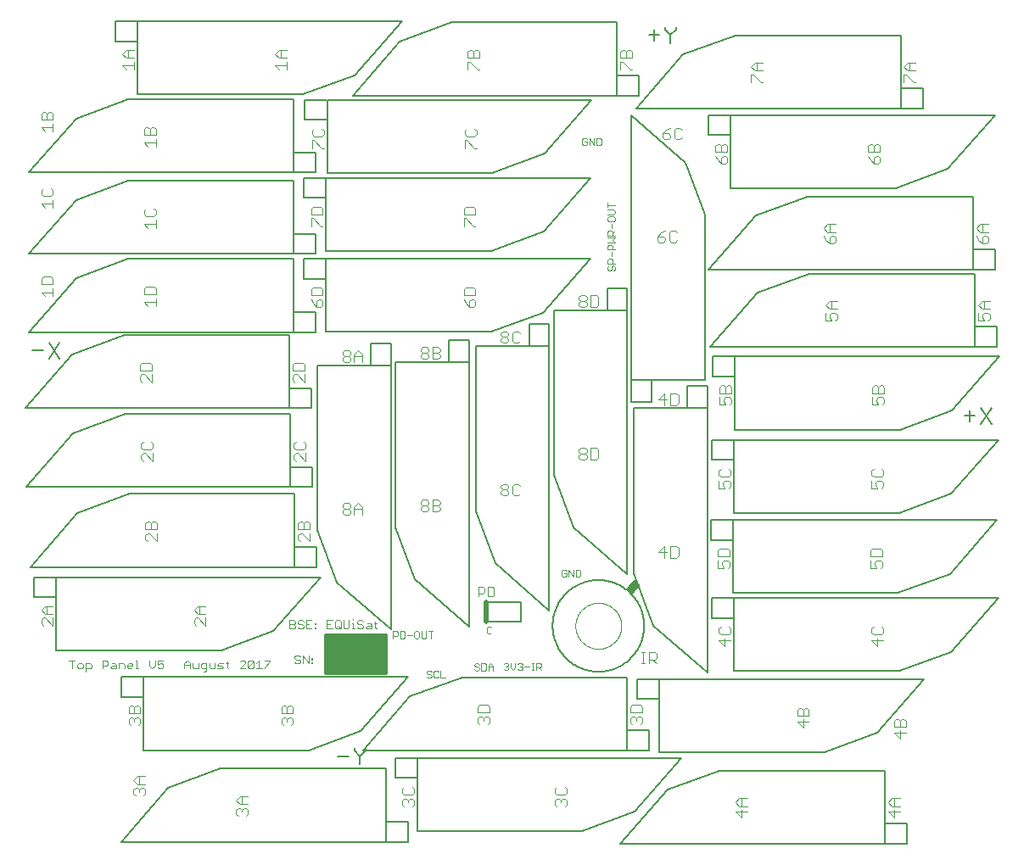
<source format=gto>
G75*
%MOIN*%
%OFA0B0*%
%FSLAX25Y25*%
%IPPOS*%
%LPD*%
%AMOC8*
5,1,8,0,0,1.08239X$1,22.5*
%
%ADD10C,0.01000*%
%ADD11C,0.00600*%
%ADD12C,0.00300*%
%ADD13C,0.00500*%
%ADD14C,0.00197*%
%ADD15C,0.00400*%
%ADD16C,0.01969*%
%ADD17C,0.00000*%
%ADD18C,0.00200*%
D10*
X0196997Y0193454D02*
X0196997Y0208808D01*
X0221013Y0208808D01*
X0221013Y0193454D01*
X0196997Y0193454D01*
X0196997Y0194115D02*
X0221013Y0194115D01*
X0221013Y0195114D02*
X0196997Y0195114D01*
X0196997Y0196112D02*
X0221013Y0196112D01*
X0221013Y0197111D02*
X0196997Y0197111D01*
X0196997Y0198109D02*
X0221013Y0198109D01*
X0221013Y0199108D02*
X0196997Y0199108D01*
X0196997Y0200106D02*
X0221013Y0200106D01*
X0221013Y0201105D02*
X0196997Y0201105D01*
X0196997Y0202103D02*
X0221013Y0202103D01*
X0221013Y0203102D02*
X0196997Y0203102D01*
X0196997Y0204100D02*
X0221013Y0204100D01*
X0221013Y0205099D02*
X0196997Y0205099D01*
X0196997Y0206097D02*
X0221013Y0206097D01*
X0221013Y0207096D02*
X0196997Y0207096D01*
X0196997Y0208094D02*
X0221013Y0208094D01*
D11*
X0212737Y0163939D02*
X0212737Y0162871D01*
X0210602Y0160736D01*
X0210602Y0157533D01*
X0210602Y0160736D02*
X0208467Y0162871D01*
X0208467Y0163939D01*
X0206292Y0160736D02*
X0202021Y0160736D01*
X0092658Y0316982D02*
X0088388Y0323387D01*
X0086213Y0320185D02*
X0081943Y0320185D01*
X0088388Y0316982D02*
X0092658Y0323387D01*
X0324069Y0444200D02*
X0328339Y0444200D01*
X0326204Y0442065D02*
X0326204Y0446336D01*
X0330514Y0446336D02*
X0332649Y0444200D01*
X0332649Y0440998D01*
X0332649Y0444200D02*
X0334784Y0446336D01*
X0334784Y0447403D01*
X0330514Y0447403D02*
X0330514Y0446336D01*
X0450219Y0296729D02*
X0450219Y0292459D01*
X0448084Y0294594D02*
X0452355Y0294594D01*
X0454530Y0291391D02*
X0458800Y0297797D01*
X0454530Y0297797D02*
X0458800Y0291391D01*
D12*
X0263331Y0226604D02*
X0263331Y0224135D01*
X0262714Y0223518D01*
X0260862Y0223518D01*
X0260862Y0227221D01*
X0262714Y0227221D01*
X0263331Y0226604D01*
X0259648Y0226604D02*
X0259648Y0225369D01*
X0259030Y0224752D01*
X0257179Y0224752D01*
X0257179Y0223518D02*
X0257179Y0227221D01*
X0259030Y0227221D01*
X0259648Y0226604D01*
X0217226Y0213090D02*
X0216144Y0213090D01*
X0216685Y0213631D02*
X0216685Y0211467D01*
X0217226Y0210926D01*
X0215045Y0210926D02*
X0213422Y0210926D01*
X0212881Y0211467D01*
X0213422Y0212008D01*
X0215045Y0212008D01*
X0215045Y0212549D02*
X0215045Y0210926D01*
X0215045Y0212549D02*
X0214504Y0213090D01*
X0213422Y0213090D01*
X0211782Y0213631D02*
X0211241Y0214172D01*
X0210159Y0214172D01*
X0209618Y0213631D01*
X0209618Y0213090D01*
X0210159Y0212549D01*
X0211241Y0212549D01*
X0211782Y0212008D01*
X0211782Y0211467D01*
X0211241Y0210926D01*
X0210159Y0210926D01*
X0209618Y0211467D01*
X0208525Y0210926D02*
X0207443Y0210926D01*
X0207984Y0210926D02*
X0207984Y0213090D01*
X0207443Y0213090D01*
X0207984Y0214172D02*
X0207984Y0214713D01*
X0206345Y0214172D02*
X0206345Y0211467D01*
X0205804Y0210926D01*
X0204722Y0210926D01*
X0204181Y0211467D01*
X0204181Y0214172D01*
X0203082Y0213631D02*
X0203082Y0211467D01*
X0202541Y0210926D01*
X0201459Y0210926D01*
X0200918Y0211467D01*
X0200918Y0213631D01*
X0201459Y0214172D01*
X0202541Y0214172D01*
X0203082Y0213631D01*
X0202000Y0212008D02*
X0203082Y0210926D01*
X0199819Y0210926D02*
X0197655Y0210926D01*
X0197655Y0214172D01*
X0199819Y0214172D01*
X0198737Y0212549D02*
X0197655Y0212549D01*
X0193302Y0212549D02*
X0192761Y0212549D01*
X0192761Y0213090D01*
X0193302Y0213090D01*
X0193302Y0212549D01*
X0193302Y0211467D02*
X0193302Y0210926D01*
X0192761Y0210926D01*
X0192761Y0211467D01*
X0193302Y0211467D01*
X0191663Y0210926D02*
X0189499Y0210926D01*
X0189499Y0214172D01*
X0191663Y0214172D01*
X0190581Y0212549D02*
X0189499Y0212549D01*
X0188400Y0212008D02*
X0188400Y0211467D01*
X0187859Y0210926D01*
X0186777Y0210926D01*
X0186236Y0211467D01*
X0185138Y0211467D02*
X0184597Y0210926D01*
X0182974Y0210926D01*
X0182974Y0214172D01*
X0184597Y0214172D01*
X0185138Y0213631D01*
X0185138Y0213090D01*
X0184597Y0212549D01*
X0182974Y0212549D01*
X0184597Y0212549D02*
X0185138Y0212008D01*
X0185138Y0211467D01*
X0186236Y0213090D02*
X0186777Y0212549D01*
X0187859Y0212549D01*
X0188400Y0212008D01*
X0188400Y0213631D02*
X0187859Y0214172D01*
X0186777Y0214172D01*
X0186236Y0213631D01*
X0186236Y0213090D01*
X0186565Y0200393D02*
X0185483Y0200393D01*
X0184942Y0199852D01*
X0184942Y0199311D01*
X0185483Y0198770D01*
X0186565Y0198770D01*
X0187106Y0198229D01*
X0187106Y0197688D01*
X0186565Y0197147D01*
X0185483Y0197147D01*
X0184942Y0197688D01*
X0187106Y0199852D02*
X0186565Y0200393D01*
X0188205Y0200393D02*
X0190369Y0197147D01*
X0190369Y0200393D01*
X0191467Y0199311D02*
X0191467Y0198770D01*
X0192008Y0198770D01*
X0192008Y0199311D01*
X0191467Y0199311D01*
X0191467Y0197688D02*
X0191467Y0197147D01*
X0192008Y0197147D01*
X0192008Y0197688D01*
X0191467Y0197688D01*
X0188205Y0197147D02*
X0188205Y0200393D01*
X0175338Y0198424D02*
X0175338Y0197883D01*
X0173174Y0195719D01*
X0173174Y0195178D01*
X0172075Y0195178D02*
X0169911Y0195178D01*
X0170993Y0195178D02*
X0170993Y0198424D01*
X0169911Y0197342D01*
X0168813Y0197883D02*
X0166648Y0195719D01*
X0167189Y0195178D01*
X0168272Y0195178D01*
X0168813Y0195719D01*
X0168813Y0197883D01*
X0168272Y0198424D01*
X0167189Y0198424D01*
X0166648Y0197883D01*
X0166648Y0195719D01*
X0165550Y0195178D02*
X0163386Y0195178D01*
X0165550Y0197342D01*
X0165550Y0197883D01*
X0165009Y0198424D01*
X0163927Y0198424D01*
X0163386Y0197883D01*
X0159030Y0197342D02*
X0157948Y0197342D01*
X0158489Y0197883D02*
X0158489Y0195719D01*
X0159030Y0195178D01*
X0156850Y0195719D02*
X0156309Y0196260D01*
X0155227Y0196260D01*
X0154686Y0196801D01*
X0155227Y0197342D01*
X0156850Y0197342D01*
X0156850Y0195719D02*
X0156309Y0195178D01*
X0154686Y0195178D01*
X0153587Y0195178D02*
X0153587Y0197342D01*
X0153587Y0195178D02*
X0151964Y0195178D01*
X0151423Y0195719D01*
X0151423Y0197342D01*
X0150324Y0197342D02*
X0148701Y0197342D01*
X0148160Y0196801D01*
X0148160Y0195719D01*
X0148701Y0195178D01*
X0150324Y0195178D01*
X0150324Y0194637D02*
X0150324Y0197342D01*
X0150324Y0194637D02*
X0149783Y0194096D01*
X0149242Y0194096D01*
X0147062Y0195178D02*
X0147062Y0197342D01*
X0147062Y0195178D02*
X0145439Y0195178D01*
X0144898Y0195719D01*
X0144898Y0197342D01*
X0143799Y0197342D02*
X0143799Y0195178D01*
X0143799Y0196801D02*
X0141635Y0196801D01*
X0141635Y0197342D02*
X0141635Y0195178D01*
X0141635Y0197342D02*
X0142717Y0198424D01*
X0143799Y0197342D01*
X0133325Y0196801D02*
X0133325Y0195719D01*
X0132784Y0195178D01*
X0131702Y0195178D01*
X0131161Y0195719D01*
X0131161Y0196801D02*
X0132243Y0197342D01*
X0132784Y0197342D01*
X0133325Y0196801D01*
X0133325Y0198424D02*
X0131161Y0198424D01*
X0131161Y0196801D01*
X0130062Y0196260D02*
X0130062Y0198424D01*
X0130062Y0196260D02*
X0128980Y0195178D01*
X0127898Y0196260D01*
X0127898Y0198424D01*
X0123001Y0198424D02*
X0123001Y0195178D01*
X0122460Y0195178D02*
X0123542Y0195178D01*
X0121362Y0196260D02*
X0119198Y0196260D01*
X0119198Y0195719D02*
X0119198Y0196801D01*
X0119739Y0197342D01*
X0120821Y0197342D01*
X0121362Y0196801D01*
X0121362Y0196260D01*
X0120821Y0195178D02*
X0119739Y0195178D01*
X0119198Y0195719D01*
X0118099Y0195178D02*
X0118099Y0196801D01*
X0117558Y0197342D01*
X0115935Y0197342D01*
X0115935Y0195178D01*
X0114837Y0195178D02*
X0113214Y0195178D01*
X0112673Y0195719D01*
X0113214Y0196260D01*
X0114837Y0196260D01*
X0114837Y0196801D02*
X0114837Y0195178D01*
X0114837Y0196801D02*
X0114296Y0197342D01*
X0113214Y0197342D01*
X0111574Y0197883D02*
X0111574Y0196801D01*
X0111033Y0196260D01*
X0109410Y0196260D01*
X0109410Y0195178D02*
X0109410Y0198424D01*
X0111033Y0198424D01*
X0111574Y0197883D01*
X0105049Y0196801D02*
X0105049Y0195719D01*
X0104508Y0195178D01*
X0102885Y0195178D01*
X0102885Y0194096D02*
X0102885Y0197342D01*
X0104508Y0197342D01*
X0105049Y0196801D01*
X0101786Y0196801D02*
X0101245Y0197342D01*
X0100163Y0197342D01*
X0099622Y0196801D01*
X0099622Y0195719D01*
X0100163Y0195178D01*
X0101245Y0195178D01*
X0101786Y0195719D01*
X0101786Y0196801D01*
X0098523Y0198424D02*
X0096359Y0198424D01*
X0097441Y0198424D02*
X0097441Y0195178D01*
X0122460Y0198424D02*
X0123001Y0198424D01*
X0173174Y0198424D02*
X0175338Y0198424D01*
D13*
X0135335Y0148296D02*
X0116831Y0127115D01*
X0220690Y0127115D01*
X0220729Y0127115D02*
X0220729Y0155894D01*
X0155847Y0155894D01*
X0135335Y0148296D01*
X0125627Y0163139D02*
X0190509Y0163139D01*
X0211020Y0170737D01*
X0229524Y0191918D01*
X0125666Y0191918D01*
X0125627Y0191918D02*
X0125627Y0163139D01*
X0125587Y0184044D02*
X0116926Y0184044D01*
X0116926Y0191918D01*
X0125587Y0191918D01*
X0156186Y0202351D02*
X0091304Y0202351D01*
X0091304Y0231131D01*
X0091343Y0231131D02*
X0195202Y0231131D01*
X0176698Y0209950D01*
X0156186Y0202351D01*
X0184934Y0235068D02*
X0081076Y0235068D01*
X0099580Y0256249D01*
X0120091Y0263847D01*
X0184973Y0263847D01*
X0184973Y0235068D01*
X0185013Y0235068D02*
X0193674Y0235068D01*
X0193674Y0242942D01*
X0185013Y0242942D01*
X0193965Y0249517D02*
X0193965Y0314398D01*
X0222745Y0314398D01*
X0222745Y0314359D02*
X0222745Y0210501D01*
X0201564Y0229005D01*
X0193965Y0249517D01*
X0192028Y0266564D02*
X0183367Y0266564D01*
X0183328Y0266564D02*
X0183328Y0295343D01*
X0118446Y0295343D01*
X0097934Y0287745D01*
X0079430Y0266564D01*
X0183288Y0266564D01*
X0192028Y0266564D02*
X0192028Y0274438D01*
X0183367Y0274438D01*
X0182973Y0297587D02*
X0191635Y0297587D01*
X0191635Y0305461D01*
X0182973Y0305461D01*
X0182934Y0297587D02*
X0182934Y0326367D01*
X0118052Y0326367D01*
X0097540Y0318769D01*
X0079036Y0297587D01*
X0182894Y0297587D01*
X0184469Y0327430D02*
X0080611Y0327430D01*
X0099115Y0348611D01*
X0119627Y0356209D01*
X0184509Y0356209D01*
X0184509Y0327430D01*
X0184548Y0327430D02*
X0193209Y0327430D01*
X0193209Y0335304D01*
X0184548Y0335304D01*
X0188580Y0348454D02*
X0188580Y0356328D01*
X0197241Y0356328D01*
X0197280Y0356328D02*
X0197280Y0327548D01*
X0262162Y0327548D01*
X0282674Y0335146D01*
X0301178Y0356328D01*
X0197320Y0356328D01*
X0197312Y0359320D02*
X0262194Y0359320D01*
X0282706Y0366918D01*
X0301209Y0388099D01*
X0197351Y0388099D01*
X0197312Y0388099D02*
X0197312Y0359320D01*
X0193178Y0358257D02*
X0193178Y0366131D01*
X0184517Y0366131D01*
X0184517Y0358257D02*
X0193178Y0358257D01*
X0184477Y0358257D02*
X0184477Y0387036D01*
X0119595Y0387036D01*
X0099083Y0379438D01*
X0080580Y0358257D01*
X0184438Y0358257D01*
X0188580Y0348454D02*
X0197241Y0348454D01*
X0214871Y0323099D02*
X0222745Y0323099D01*
X0222745Y0314438D01*
X0224674Y0315580D02*
X0224674Y0250698D01*
X0232272Y0230186D01*
X0253454Y0211682D01*
X0253454Y0315540D01*
X0253454Y0315580D02*
X0224674Y0315580D01*
X0214871Y0314438D02*
X0214871Y0323099D01*
X0245580Y0324280D02*
X0245580Y0315619D01*
X0253454Y0315619D02*
X0253454Y0324280D01*
X0245580Y0324280D01*
X0256170Y0321879D02*
X0256170Y0256997D01*
X0263769Y0236485D01*
X0284950Y0217981D01*
X0284950Y0321839D01*
X0284950Y0321879D02*
X0256170Y0321879D01*
X0277076Y0321918D02*
X0277076Y0330580D01*
X0284950Y0330580D01*
X0284950Y0321918D01*
X0286879Y0336052D02*
X0286879Y0271170D01*
X0294477Y0250658D01*
X0315658Y0232154D01*
X0315658Y0336013D01*
X0315658Y0336052D02*
X0286879Y0336052D01*
X0307784Y0336091D02*
X0307784Y0344753D01*
X0315658Y0344753D01*
X0315658Y0336091D01*
X0317272Y0308737D02*
X0317272Y0412595D01*
X0338454Y0394091D01*
X0346052Y0373580D01*
X0346052Y0308698D01*
X0317272Y0308698D01*
X0317272Y0308658D02*
X0317272Y0299997D01*
X0325146Y0299997D01*
X0325146Y0308658D01*
X0318257Y0297501D02*
X0318257Y0232619D01*
X0325855Y0212107D01*
X0347036Y0193603D01*
X0347036Y0297461D01*
X0347036Y0297501D02*
X0318257Y0297501D01*
X0339162Y0297540D02*
X0339162Y0306202D01*
X0347036Y0306202D01*
X0347036Y0297540D01*
X0349209Y0309950D02*
X0349209Y0317824D01*
X0357871Y0317824D01*
X0357910Y0317824D02*
X0357910Y0289044D01*
X0422792Y0289044D01*
X0443304Y0296643D01*
X0461808Y0317824D01*
X0357950Y0317824D01*
X0357871Y0309950D02*
X0349209Y0309950D01*
X0348328Y0321682D02*
X0366831Y0342863D01*
X0387343Y0350461D01*
X0452225Y0350461D01*
X0452225Y0321682D01*
X0452186Y0321682D02*
X0348328Y0321682D01*
X0347611Y0351997D02*
X0366115Y0373178D01*
X0386627Y0380776D01*
X0451509Y0380776D01*
X0451509Y0351997D01*
X0451548Y0351997D02*
X0460209Y0351997D01*
X0460209Y0359871D01*
X0451548Y0359871D01*
X0451469Y0351997D02*
X0347611Y0351997D01*
X0356265Y0383926D02*
X0421146Y0383926D01*
X0441658Y0391524D01*
X0460162Y0412706D01*
X0356304Y0412706D01*
X0356265Y0412706D02*
X0356265Y0383926D01*
X0356225Y0404831D02*
X0347564Y0404831D01*
X0347564Y0412706D01*
X0356225Y0412706D01*
X0337666Y0436524D02*
X0358178Y0444123D01*
X0423060Y0444123D01*
X0423060Y0415343D01*
X0423099Y0415343D02*
X0431761Y0415343D01*
X0431761Y0423217D01*
X0423099Y0423217D01*
X0423020Y0415343D02*
X0319162Y0415343D01*
X0337666Y0436524D01*
X0320343Y0428335D02*
X0320343Y0420461D01*
X0311682Y0420461D01*
X0311643Y0420461D02*
X0311643Y0449241D01*
X0246761Y0449241D01*
X0226249Y0441643D01*
X0207745Y0420461D01*
X0311603Y0420461D01*
X0311682Y0428335D02*
X0320343Y0428335D01*
X0301603Y0418808D02*
X0283099Y0397627D01*
X0262587Y0390028D01*
X0197706Y0390028D01*
X0197706Y0418808D01*
X0197745Y0418808D02*
X0301603Y0418808D01*
X0227162Y0449635D02*
X0208658Y0428454D01*
X0188146Y0420855D01*
X0123265Y0420855D01*
X0123265Y0449635D01*
X0123304Y0449635D02*
X0227162Y0449635D01*
X0197666Y0418808D02*
X0189005Y0418808D01*
X0189005Y0410934D01*
X0197666Y0410934D01*
X0184477Y0418965D02*
X0119595Y0418965D01*
X0099083Y0411367D01*
X0080580Y0390186D01*
X0184438Y0390186D01*
X0184477Y0390186D02*
X0184477Y0418965D01*
X0184517Y0398060D02*
X0193178Y0398060D01*
X0193178Y0390186D01*
X0184517Y0390186D01*
X0188611Y0388099D02*
X0197272Y0388099D01*
X0197272Y0380225D02*
X0188611Y0380225D01*
X0188611Y0388099D01*
X0123225Y0441761D02*
X0114564Y0441761D01*
X0114564Y0449635D01*
X0123225Y0449635D01*
X0348422Y0253650D02*
X0348422Y0245776D01*
X0357083Y0245776D01*
X0357083Y0253650D02*
X0348422Y0253650D01*
X0357123Y0253650D02*
X0357123Y0224871D01*
X0422005Y0224871D01*
X0442517Y0232469D01*
X0461020Y0253650D01*
X0357162Y0253650D01*
X0357517Y0256288D02*
X0422398Y0256288D01*
X0442910Y0263887D01*
X0461414Y0285068D01*
X0357556Y0285068D01*
X0357517Y0285068D02*
X0357517Y0256288D01*
X0357477Y0277194D02*
X0348816Y0277194D01*
X0348816Y0285068D01*
X0357477Y0285068D01*
X0357477Y0222942D02*
X0348816Y0222942D01*
X0348816Y0215068D01*
X0357477Y0215068D01*
X0357517Y0222942D02*
X0357517Y0194162D01*
X0422398Y0194162D01*
X0442910Y0201761D01*
X0461414Y0222942D01*
X0357556Y0222942D01*
X0328351Y0191131D02*
X0432209Y0191131D01*
X0413706Y0169950D01*
X0393194Y0162351D01*
X0328312Y0162351D01*
X0328312Y0191131D01*
X0328272Y0191131D02*
X0319611Y0191131D01*
X0319611Y0183257D01*
X0328272Y0183257D01*
X0324312Y0170894D02*
X0315650Y0170894D01*
X0324312Y0170894D02*
X0324312Y0163020D01*
X0315650Y0163020D01*
X0315611Y0163020D02*
X0315611Y0191800D01*
X0250729Y0191800D01*
X0230217Y0184202D01*
X0211713Y0163020D01*
X0315572Y0163020D01*
X0337005Y0160028D02*
X0318501Y0138847D01*
X0297989Y0131249D01*
X0233107Y0131249D01*
X0233107Y0160028D01*
X0233068Y0160028D02*
X0224406Y0160028D01*
X0224406Y0152154D01*
X0233068Y0152154D01*
X0233146Y0160028D02*
X0337005Y0160028D01*
X0331469Y0147509D02*
X0351981Y0155107D01*
X0416863Y0155107D01*
X0416863Y0126328D01*
X0416902Y0126328D02*
X0425564Y0126328D01*
X0425564Y0134202D01*
X0416902Y0134202D01*
X0416824Y0126328D02*
X0312965Y0126328D01*
X0331469Y0147509D01*
X0286337Y0211980D02*
X0286342Y0212421D01*
X0286359Y0212862D01*
X0286386Y0213302D01*
X0286424Y0213742D01*
X0286472Y0214180D01*
X0286532Y0214618D01*
X0286602Y0215053D01*
X0286682Y0215487D01*
X0286774Y0215919D01*
X0286876Y0216348D01*
X0286988Y0216774D01*
X0287111Y0217198D01*
X0287244Y0217619D01*
X0287388Y0218036D01*
X0287542Y0218449D01*
X0287705Y0218859D01*
X0287879Y0219265D01*
X0288063Y0219666D01*
X0288256Y0220062D01*
X0288460Y0220454D01*
X0288672Y0220840D01*
X0288894Y0221222D01*
X0289126Y0221597D01*
X0289367Y0221967D01*
X0289616Y0222331D01*
X0289875Y0222688D01*
X0290142Y0223039D01*
X0290417Y0223384D01*
X0290701Y0223721D01*
X0290994Y0224052D01*
X0291294Y0224375D01*
X0291602Y0224691D01*
X0291918Y0224999D01*
X0292241Y0225299D01*
X0292572Y0225592D01*
X0292909Y0225876D01*
X0293254Y0226151D01*
X0293605Y0226418D01*
X0293962Y0226677D01*
X0294326Y0226926D01*
X0294696Y0227167D01*
X0295071Y0227399D01*
X0295453Y0227621D01*
X0295839Y0227833D01*
X0296231Y0228037D01*
X0296627Y0228230D01*
X0297028Y0228414D01*
X0297434Y0228588D01*
X0297844Y0228751D01*
X0298257Y0228905D01*
X0298674Y0229049D01*
X0299095Y0229182D01*
X0299519Y0229305D01*
X0299945Y0229417D01*
X0300374Y0229519D01*
X0300806Y0229611D01*
X0301240Y0229691D01*
X0301675Y0229761D01*
X0302113Y0229821D01*
X0302551Y0229869D01*
X0302991Y0229907D01*
X0303431Y0229934D01*
X0303872Y0229951D01*
X0304313Y0229956D01*
X0304754Y0229951D01*
X0305195Y0229934D01*
X0305635Y0229907D01*
X0306075Y0229869D01*
X0306513Y0229821D01*
X0306951Y0229761D01*
X0307386Y0229691D01*
X0307820Y0229611D01*
X0308252Y0229519D01*
X0308681Y0229417D01*
X0309107Y0229305D01*
X0309531Y0229182D01*
X0309952Y0229049D01*
X0310369Y0228905D01*
X0310782Y0228751D01*
X0311192Y0228588D01*
X0311598Y0228414D01*
X0311999Y0228230D01*
X0312395Y0228037D01*
X0312787Y0227833D01*
X0313173Y0227621D01*
X0313555Y0227399D01*
X0313930Y0227167D01*
X0314300Y0226926D01*
X0314664Y0226677D01*
X0315021Y0226418D01*
X0315372Y0226151D01*
X0315717Y0225876D01*
X0316054Y0225592D01*
X0316385Y0225299D01*
X0316708Y0224999D01*
X0317024Y0224691D01*
X0317332Y0224375D01*
X0317632Y0224052D01*
X0317925Y0223721D01*
X0318209Y0223384D01*
X0318484Y0223039D01*
X0318751Y0222688D01*
X0319010Y0222331D01*
X0319259Y0221967D01*
X0319500Y0221597D01*
X0319732Y0221222D01*
X0319954Y0220840D01*
X0320166Y0220454D01*
X0320370Y0220062D01*
X0320563Y0219666D01*
X0320747Y0219265D01*
X0320921Y0218859D01*
X0321084Y0218449D01*
X0321238Y0218036D01*
X0321382Y0217619D01*
X0321515Y0217198D01*
X0321638Y0216774D01*
X0321750Y0216348D01*
X0321852Y0215919D01*
X0321944Y0215487D01*
X0322024Y0215053D01*
X0322094Y0214618D01*
X0322154Y0214180D01*
X0322202Y0213742D01*
X0322240Y0213302D01*
X0322267Y0212862D01*
X0322284Y0212421D01*
X0322289Y0211980D01*
X0322284Y0211539D01*
X0322267Y0211098D01*
X0322240Y0210658D01*
X0322202Y0210218D01*
X0322154Y0209780D01*
X0322094Y0209342D01*
X0322024Y0208907D01*
X0321944Y0208473D01*
X0321852Y0208041D01*
X0321750Y0207612D01*
X0321638Y0207186D01*
X0321515Y0206762D01*
X0321382Y0206341D01*
X0321238Y0205924D01*
X0321084Y0205511D01*
X0320921Y0205101D01*
X0320747Y0204695D01*
X0320563Y0204294D01*
X0320370Y0203898D01*
X0320166Y0203506D01*
X0319954Y0203120D01*
X0319732Y0202738D01*
X0319500Y0202363D01*
X0319259Y0201993D01*
X0319010Y0201629D01*
X0318751Y0201272D01*
X0318484Y0200921D01*
X0318209Y0200576D01*
X0317925Y0200239D01*
X0317632Y0199908D01*
X0317332Y0199585D01*
X0317024Y0199269D01*
X0316708Y0198961D01*
X0316385Y0198661D01*
X0316054Y0198368D01*
X0315717Y0198084D01*
X0315372Y0197809D01*
X0315021Y0197542D01*
X0314664Y0197283D01*
X0314300Y0197034D01*
X0313930Y0196793D01*
X0313555Y0196561D01*
X0313173Y0196339D01*
X0312787Y0196127D01*
X0312395Y0195923D01*
X0311999Y0195730D01*
X0311598Y0195546D01*
X0311192Y0195372D01*
X0310782Y0195209D01*
X0310369Y0195055D01*
X0309952Y0194911D01*
X0309531Y0194778D01*
X0309107Y0194655D01*
X0308681Y0194543D01*
X0308252Y0194441D01*
X0307820Y0194349D01*
X0307386Y0194269D01*
X0306951Y0194199D01*
X0306513Y0194139D01*
X0306075Y0194091D01*
X0305635Y0194053D01*
X0305195Y0194026D01*
X0304754Y0194009D01*
X0304313Y0194004D01*
X0303872Y0194009D01*
X0303431Y0194026D01*
X0302991Y0194053D01*
X0302551Y0194091D01*
X0302113Y0194139D01*
X0301675Y0194199D01*
X0301240Y0194269D01*
X0300806Y0194349D01*
X0300374Y0194441D01*
X0299945Y0194543D01*
X0299519Y0194655D01*
X0299095Y0194778D01*
X0298674Y0194911D01*
X0298257Y0195055D01*
X0297844Y0195209D01*
X0297434Y0195372D01*
X0297028Y0195546D01*
X0296627Y0195730D01*
X0296231Y0195923D01*
X0295839Y0196127D01*
X0295453Y0196339D01*
X0295071Y0196561D01*
X0294696Y0196793D01*
X0294326Y0197034D01*
X0293962Y0197283D01*
X0293605Y0197542D01*
X0293254Y0197809D01*
X0292909Y0198084D01*
X0292572Y0198368D01*
X0292241Y0198661D01*
X0291918Y0198961D01*
X0291602Y0199269D01*
X0291294Y0199585D01*
X0290994Y0199908D01*
X0290701Y0200239D01*
X0290417Y0200576D01*
X0290142Y0200921D01*
X0289875Y0201272D01*
X0289616Y0201629D01*
X0289367Y0201993D01*
X0289126Y0202363D01*
X0288894Y0202738D01*
X0288672Y0203120D01*
X0288460Y0203506D01*
X0288256Y0203898D01*
X0288063Y0204294D01*
X0287879Y0204695D01*
X0287705Y0205101D01*
X0287542Y0205511D01*
X0287388Y0205924D01*
X0287244Y0206341D01*
X0287111Y0206762D01*
X0286988Y0207186D01*
X0286876Y0207612D01*
X0286774Y0208041D01*
X0286682Y0208473D01*
X0286602Y0208907D01*
X0286532Y0209342D01*
X0286472Y0209780D01*
X0286424Y0210218D01*
X0286386Y0210658D01*
X0286359Y0211098D01*
X0286342Y0211539D01*
X0286337Y0211980D01*
X0273722Y0213506D02*
X0260336Y0213506D01*
X0259942Y0213506D01*
X0259942Y0221380D01*
X0260336Y0221380D01*
X0273722Y0221380D01*
X0273722Y0213506D01*
X0229430Y0134989D02*
X0220769Y0134989D01*
X0220769Y0127115D02*
X0229430Y0127115D01*
X0229430Y0134989D01*
X0091265Y0223257D02*
X0082603Y0223257D01*
X0082603Y0231131D01*
X0091265Y0231131D01*
X0452265Y0321682D02*
X0460926Y0321682D01*
X0460926Y0329556D01*
X0452265Y0329556D01*
D14*
X0320360Y0228169D02*
X0317380Y0224700D01*
X0316124Y0225759D01*
X0315313Y0226515D01*
X0318293Y0229984D01*
X0320360Y0228169D01*
X0320271Y0228065D02*
X0316644Y0228065D01*
X0316477Y0227870D02*
X0320103Y0227870D01*
X0319935Y0227674D02*
X0316309Y0227674D01*
X0316141Y0227479D02*
X0319767Y0227479D01*
X0319599Y0227283D02*
X0315973Y0227283D01*
X0315805Y0227088D02*
X0319432Y0227088D01*
X0319264Y0226893D02*
X0315637Y0226893D01*
X0315469Y0226697D02*
X0319096Y0226697D01*
X0318928Y0226502D02*
X0315470Y0226502D01*
X0315327Y0226502D01*
X0315313Y0226681D02*
X0316124Y0225759D01*
X0315313Y0226681D01*
X0315537Y0226307D02*
X0315642Y0226307D01*
X0318760Y0226307D01*
X0318592Y0226111D02*
X0315814Y0226111D01*
X0315746Y0226111D01*
X0315956Y0225916D02*
X0315986Y0225916D01*
X0318424Y0225916D01*
X0318256Y0225721D02*
X0316170Y0225721D01*
X0316402Y0225525D02*
X0318089Y0225525D01*
X0317921Y0225330D02*
X0316633Y0225330D01*
X0316865Y0225134D02*
X0317753Y0225134D01*
X0317585Y0224939D02*
X0317097Y0224939D01*
X0317328Y0224744D02*
X0317417Y0224744D01*
X0316812Y0228260D02*
X0320256Y0228260D01*
X0320034Y0228456D02*
X0316980Y0228456D01*
X0317148Y0228651D02*
X0319811Y0228651D01*
X0319589Y0228846D02*
X0317316Y0228846D01*
X0317484Y0229042D02*
X0319366Y0229042D01*
X0319144Y0229237D02*
X0317652Y0229237D01*
X0317819Y0229432D02*
X0318921Y0229432D01*
X0318699Y0229628D02*
X0317987Y0229628D01*
X0318155Y0229823D02*
X0318476Y0229823D01*
X0295297Y0211980D02*
X0295300Y0212201D01*
X0295308Y0212422D01*
X0295321Y0212643D01*
X0295340Y0212864D01*
X0295365Y0213084D01*
X0295395Y0213303D01*
X0295430Y0213521D01*
X0295470Y0213739D01*
X0295516Y0213955D01*
X0295567Y0214171D01*
X0295624Y0214385D01*
X0295685Y0214597D01*
X0295752Y0214808D01*
X0295824Y0215017D01*
X0295901Y0215225D01*
X0295983Y0215430D01*
X0296070Y0215634D01*
X0296163Y0215835D01*
X0296260Y0216034D01*
X0296362Y0216230D01*
X0296468Y0216424D01*
X0296580Y0216615D01*
X0296696Y0216804D01*
X0296816Y0216989D01*
X0296942Y0217171D01*
X0297071Y0217351D01*
X0297205Y0217527D01*
X0297344Y0217700D01*
X0297486Y0217869D01*
X0297633Y0218035D01*
X0297783Y0218197D01*
X0297938Y0218355D01*
X0298096Y0218510D01*
X0298258Y0218660D01*
X0298424Y0218807D01*
X0298593Y0218949D01*
X0298766Y0219088D01*
X0298942Y0219222D01*
X0299122Y0219351D01*
X0299304Y0219477D01*
X0299489Y0219597D01*
X0299678Y0219713D01*
X0299869Y0219825D01*
X0300063Y0219931D01*
X0300259Y0220033D01*
X0300458Y0220130D01*
X0300659Y0220223D01*
X0300863Y0220310D01*
X0301068Y0220392D01*
X0301276Y0220469D01*
X0301485Y0220541D01*
X0301696Y0220608D01*
X0301908Y0220669D01*
X0302122Y0220726D01*
X0302338Y0220777D01*
X0302554Y0220823D01*
X0302772Y0220863D01*
X0302990Y0220898D01*
X0303209Y0220928D01*
X0303429Y0220953D01*
X0303650Y0220972D01*
X0303871Y0220985D01*
X0304092Y0220993D01*
X0304313Y0220996D01*
X0304534Y0220993D01*
X0304755Y0220985D01*
X0304976Y0220972D01*
X0305197Y0220953D01*
X0305417Y0220928D01*
X0305636Y0220898D01*
X0305854Y0220863D01*
X0306072Y0220823D01*
X0306288Y0220777D01*
X0306504Y0220726D01*
X0306718Y0220669D01*
X0306930Y0220608D01*
X0307141Y0220541D01*
X0307350Y0220469D01*
X0307558Y0220392D01*
X0307763Y0220310D01*
X0307967Y0220223D01*
X0308168Y0220130D01*
X0308367Y0220033D01*
X0308563Y0219931D01*
X0308757Y0219825D01*
X0308948Y0219713D01*
X0309137Y0219597D01*
X0309322Y0219477D01*
X0309504Y0219351D01*
X0309684Y0219222D01*
X0309860Y0219088D01*
X0310033Y0218949D01*
X0310202Y0218807D01*
X0310368Y0218660D01*
X0310530Y0218510D01*
X0310688Y0218355D01*
X0310843Y0218197D01*
X0310993Y0218035D01*
X0311140Y0217869D01*
X0311282Y0217700D01*
X0311421Y0217527D01*
X0311555Y0217351D01*
X0311684Y0217171D01*
X0311810Y0216989D01*
X0311930Y0216804D01*
X0312046Y0216615D01*
X0312158Y0216424D01*
X0312264Y0216230D01*
X0312366Y0216034D01*
X0312463Y0215835D01*
X0312556Y0215634D01*
X0312643Y0215430D01*
X0312725Y0215225D01*
X0312802Y0215017D01*
X0312874Y0214808D01*
X0312941Y0214597D01*
X0313002Y0214385D01*
X0313059Y0214171D01*
X0313110Y0213955D01*
X0313156Y0213739D01*
X0313196Y0213521D01*
X0313231Y0213303D01*
X0313261Y0213084D01*
X0313286Y0212864D01*
X0313305Y0212643D01*
X0313318Y0212422D01*
X0313326Y0212201D01*
X0313329Y0211980D01*
X0313326Y0211759D01*
X0313318Y0211538D01*
X0313305Y0211317D01*
X0313286Y0211096D01*
X0313261Y0210876D01*
X0313231Y0210657D01*
X0313196Y0210439D01*
X0313156Y0210221D01*
X0313110Y0210005D01*
X0313059Y0209789D01*
X0313002Y0209575D01*
X0312941Y0209363D01*
X0312874Y0209152D01*
X0312802Y0208943D01*
X0312725Y0208735D01*
X0312643Y0208530D01*
X0312556Y0208326D01*
X0312463Y0208125D01*
X0312366Y0207926D01*
X0312264Y0207730D01*
X0312158Y0207536D01*
X0312046Y0207345D01*
X0311930Y0207156D01*
X0311810Y0206971D01*
X0311684Y0206789D01*
X0311555Y0206609D01*
X0311421Y0206433D01*
X0311282Y0206260D01*
X0311140Y0206091D01*
X0310993Y0205925D01*
X0310843Y0205763D01*
X0310688Y0205605D01*
X0310530Y0205450D01*
X0310368Y0205300D01*
X0310202Y0205153D01*
X0310033Y0205011D01*
X0309860Y0204872D01*
X0309684Y0204738D01*
X0309504Y0204609D01*
X0309322Y0204483D01*
X0309137Y0204363D01*
X0308948Y0204247D01*
X0308757Y0204135D01*
X0308563Y0204029D01*
X0308367Y0203927D01*
X0308168Y0203830D01*
X0307967Y0203737D01*
X0307763Y0203650D01*
X0307558Y0203568D01*
X0307350Y0203491D01*
X0307141Y0203419D01*
X0306930Y0203352D01*
X0306718Y0203291D01*
X0306504Y0203234D01*
X0306288Y0203183D01*
X0306072Y0203137D01*
X0305854Y0203097D01*
X0305636Y0203062D01*
X0305417Y0203032D01*
X0305197Y0203007D01*
X0304976Y0202988D01*
X0304755Y0202975D01*
X0304534Y0202967D01*
X0304313Y0202964D01*
X0304092Y0202967D01*
X0303871Y0202975D01*
X0303650Y0202988D01*
X0303429Y0203007D01*
X0303209Y0203032D01*
X0302990Y0203062D01*
X0302772Y0203097D01*
X0302554Y0203137D01*
X0302338Y0203183D01*
X0302122Y0203234D01*
X0301908Y0203291D01*
X0301696Y0203352D01*
X0301485Y0203419D01*
X0301276Y0203491D01*
X0301068Y0203568D01*
X0300863Y0203650D01*
X0300659Y0203737D01*
X0300458Y0203830D01*
X0300259Y0203927D01*
X0300063Y0204029D01*
X0299869Y0204135D01*
X0299678Y0204247D01*
X0299489Y0204363D01*
X0299304Y0204483D01*
X0299122Y0204609D01*
X0298942Y0204738D01*
X0298766Y0204872D01*
X0298593Y0205011D01*
X0298424Y0205153D01*
X0298258Y0205300D01*
X0298096Y0205450D01*
X0297938Y0205605D01*
X0297783Y0205763D01*
X0297633Y0205925D01*
X0297486Y0206091D01*
X0297344Y0206260D01*
X0297205Y0206433D01*
X0297071Y0206609D01*
X0296942Y0206789D01*
X0296816Y0206971D01*
X0296696Y0207156D01*
X0296580Y0207345D01*
X0296468Y0207536D01*
X0296362Y0207730D01*
X0296260Y0207926D01*
X0296163Y0208125D01*
X0296070Y0208326D01*
X0295983Y0208530D01*
X0295901Y0208735D01*
X0295824Y0208943D01*
X0295752Y0209152D01*
X0295685Y0209363D01*
X0295624Y0209575D01*
X0295567Y0209789D01*
X0295516Y0210005D01*
X0295470Y0210221D01*
X0295430Y0210439D01*
X0295395Y0210657D01*
X0295365Y0210876D01*
X0295340Y0211096D01*
X0295321Y0211317D01*
X0295308Y0211538D01*
X0295300Y0211759D01*
X0295297Y0211980D01*
D15*
X0321076Y0201755D02*
X0322611Y0201755D01*
X0321843Y0201755D02*
X0321843Y0197151D01*
X0321076Y0197151D02*
X0322611Y0197151D01*
X0324145Y0197151D02*
X0324145Y0201755D01*
X0326447Y0201755D01*
X0327215Y0200987D01*
X0327215Y0199453D01*
X0326447Y0198685D01*
X0324145Y0198685D01*
X0325680Y0198685D02*
X0327215Y0197151D01*
X0320746Y0180894D02*
X0317677Y0180894D01*
X0316909Y0180126D01*
X0316909Y0177824D01*
X0321513Y0177824D01*
X0321513Y0180126D01*
X0320746Y0180894D01*
X0320746Y0176290D02*
X0319979Y0176290D01*
X0319211Y0175522D01*
X0319211Y0174755D01*
X0319211Y0175522D02*
X0318444Y0176290D01*
X0317677Y0176290D01*
X0316909Y0175522D01*
X0316909Y0173988D01*
X0317677Y0173220D01*
X0320746Y0173220D02*
X0321513Y0173988D01*
X0321513Y0175522D01*
X0320746Y0176290D01*
X0291805Y0147926D02*
X0291037Y0148694D01*
X0291805Y0147926D02*
X0291805Y0146392D01*
X0291037Y0145624D01*
X0287968Y0145624D01*
X0287201Y0146392D01*
X0287201Y0147926D01*
X0287968Y0148694D01*
X0287968Y0144090D02*
X0288735Y0144090D01*
X0289503Y0143322D01*
X0290270Y0144090D01*
X0291037Y0144090D01*
X0291805Y0143322D01*
X0291805Y0141788D01*
X0291037Y0141020D01*
X0289503Y0142555D02*
X0289503Y0143322D01*
X0287968Y0144090D02*
X0287201Y0143322D01*
X0287201Y0141788D01*
X0287968Y0141020D01*
X0260746Y0173220D02*
X0261513Y0173988D01*
X0261513Y0175522D01*
X0260746Y0176290D01*
X0259979Y0176290D01*
X0259211Y0175522D01*
X0259211Y0174755D01*
X0259211Y0175522D02*
X0258444Y0176290D01*
X0257677Y0176290D01*
X0256909Y0175522D01*
X0256909Y0173988D01*
X0257677Y0173220D01*
X0256909Y0177824D02*
X0256909Y0180126D01*
X0257677Y0180894D01*
X0260746Y0180894D01*
X0261513Y0180126D01*
X0261513Y0177824D01*
X0256909Y0177824D01*
X0231037Y0148694D02*
X0231805Y0147926D01*
X0231805Y0146392D01*
X0231037Y0145624D01*
X0227968Y0145624D01*
X0227201Y0146392D01*
X0227201Y0147926D01*
X0227968Y0148694D01*
X0227968Y0144090D02*
X0228735Y0144090D01*
X0229503Y0143322D01*
X0230270Y0144090D01*
X0231037Y0144090D01*
X0231805Y0143322D01*
X0231805Y0141788D01*
X0231037Y0141020D01*
X0229503Y0142555D02*
X0229503Y0143322D01*
X0227968Y0144090D02*
X0227201Y0143322D01*
X0227201Y0141788D01*
X0227968Y0141020D01*
X0184324Y0173678D02*
X0184324Y0175212D01*
X0183557Y0175980D01*
X0182790Y0175980D01*
X0182022Y0175212D01*
X0182022Y0174445D01*
X0182022Y0175212D02*
X0181255Y0175980D01*
X0180488Y0175980D01*
X0179720Y0175212D01*
X0179720Y0173678D01*
X0180488Y0172910D01*
X0183557Y0172910D02*
X0184324Y0173678D01*
X0184324Y0177514D02*
X0179720Y0177514D01*
X0179720Y0179816D01*
X0180488Y0180583D01*
X0181255Y0180583D01*
X0182022Y0179816D01*
X0182022Y0177514D01*
X0182022Y0179816D02*
X0182790Y0180583D01*
X0183557Y0180583D01*
X0184324Y0179816D01*
X0184324Y0177514D01*
X0166631Y0144988D02*
X0163562Y0144988D01*
X0162028Y0143454D01*
X0163562Y0141919D01*
X0166631Y0141919D01*
X0165864Y0140384D02*
X0166631Y0139617D01*
X0166631Y0138082D01*
X0165864Y0137315D01*
X0164330Y0138850D02*
X0164330Y0139617D01*
X0165097Y0140384D01*
X0165864Y0140384D01*
X0164330Y0139617D02*
X0163562Y0140384D01*
X0162795Y0140384D01*
X0162028Y0139617D01*
X0162028Y0138082D01*
X0162795Y0137315D01*
X0164330Y0141919D02*
X0164330Y0144988D01*
X0126238Y0145956D02*
X0125470Y0145189D01*
X0126238Y0145956D02*
X0126238Y0147491D01*
X0125470Y0148258D01*
X0124703Y0148258D01*
X0123936Y0147491D01*
X0123936Y0146724D01*
X0123936Y0147491D02*
X0123169Y0148258D01*
X0122401Y0148258D01*
X0121634Y0147491D01*
X0121634Y0145956D01*
X0122401Y0145189D01*
X0123169Y0149793D02*
X0121634Y0151328D01*
X0123169Y0152862D01*
X0126238Y0152862D01*
X0123936Y0152862D02*
X0123936Y0149793D01*
X0123169Y0149793D02*
X0126238Y0149793D01*
X0123557Y0172910D02*
X0124324Y0173678D01*
X0124324Y0175212D01*
X0123557Y0175980D01*
X0122790Y0175980D01*
X0122022Y0175212D01*
X0122022Y0174445D01*
X0122022Y0175212D02*
X0121255Y0175980D01*
X0120488Y0175980D01*
X0119720Y0175212D01*
X0119720Y0173678D01*
X0120488Y0172910D01*
X0119720Y0177514D02*
X0119720Y0179816D01*
X0120488Y0180583D01*
X0121255Y0180583D01*
X0122022Y0179816D01*
X0122022Y0177514D01*
X0124324Y0177514D02*
X0119720Y0177514D01*
X0122022Y0179816D02*
X0122790Y0180583D01*
X0123557Y0180583D01*
X0124324Y0179816D01*
X0124324Y0177514D01*
X0146165Y0212123D02*
X0145398Y0212890D01*
X0145398Y0214425D01*
X0146165Y0215192D01*
X0146932Y0215192D01*
X0150002Y0212123D01*
X0150002Y0215192D01*
X0150002Y0216727D02*
X0146932Y0216727D01*
X0145398Y0218261D01*
X0146932Y0219796D01*
X0150002Y0219796D01*
X0147700Y0219796D02*
X0147700Y0216727D01*
X0130876Y0245268D02*
X0127806Y0248337D01*
X0127039Y0248337D01*
X0126272Y0247570D01*
X0126272Y0246035D01*
X0127039Y0245268D01*
X0130876Y0245268D02*
X0130876Y0248337D01*
X0130876Y0249872D02*
X0130876Y0252174D01*
X0130108Y0252941D01*
X0129341Y0252941D01*
X0128574Y0252174D01*
X0128574Y0249872D01*
X0130876Y0249872D02*
X0126272Y0249872D01*
X0126272Y0252174D01*
X0127039Y0252941D01*
X0127806Y0252941D01*
X0128574Y0252174D01*
X0129230Y0276764D02*
X0126161Y0279833D01*
X0125393Y0279833D01*
X0124626Y0279066D01*
X0124626Y0277531D01*
X0125393Y0276764D01*
X0129230Y0276764D02*
X0129230Y0279833D01*
X0128463Y0281368D02*
X0129230Y0282135D01*
X0129230Y0283670D01*
X0128463Y0284437D01*
X0128463Y0281368D02*
X0125393Y0281368D01*
X0124626Y0282135D01*
X0124626Y0283670D01*
X0125393Y0284437D01*
X0125000Y0307787D02*
X0124232Y0308555D01*
X0124232Y0310089D01*
X0125000Y0310857D01*
X0125767Y0310857D01*
X0128836Y0307787D01*
X0128836Y0310857D01*
X0128836Y0312391D02*
X0124232Y0312391D01*
X0124232Y0314693D01*
X0125000Y0315461D01*
X0128069Y0315461D01*
X0128836Y0314693D01*
X0128836Y0312391D01*
X0127342Y0337630D02*
X0125807Y0339165D01*
X0130411Y0339165D01*
X0130411Y0340699D02*
X0130411Y0337630D01*
X0130411Y0342234D02*
X0130411Y0344536D01*
X0129644Y0345303D01*
X0126574Y0345303D01*
X0125807Y0344536D01*
X0125807Y0342234D01*
X0130411Y0342234D01*
X0130380Y0368457D02*
X0130380Y0371526D01*
X0130380Y0369991D02*
X0125776Y0369991D01*
X0127310Y0368457D01*
X0126543Y0373061D02*
X0129612Y0373061D01*
X0130380Y0373828D01*
X0130380Y0375363D01*
X0129612Y0376130D01*
X0126543Y0376130D02*
X0125776Y0375363D01*
X0125776Y0373828D01*
X0126543Y0373061D01*
X0127310Y0400386D02*
X0125776Y0401920D01*
X0130380Y0401920D01*
X0130380Y0400386D02*
X0130380Y0403455D01*
X0130380Y0404990D02*
X0130380Y0407292D01*
X0129612Y0408059D01*
X0128845Y0408059D01*
X0128078Y0407292D01*
X0128078Y0404990D01*
X0130380Y0404990D02*
X0125776Y0404990D01*
X0125776Y0407292D01*
X0126543Y0408059D01*
X0127310Y0408059D01*
X0128078Y0407292D01*
X0121962Y0430627D02*
X0121962Y0433696D01*
X0121962Y0432161D02*
X0117358Y0432161D01*
X0118893Y0430627D01*
X0118893Y0435231D02*
X0117358Y0436765D01*
X0118893Y0438300D01*
X0121962Y0438300D01*
X0119660Y0438300D02*
X0119660Y0435231D01*
X0118893Y0435231D02*
X0121962Y0435231D01*
X0089986Y0413197D02*
X0089986Y0410895D01*
X0085382Y0410895D01*
X0085382Y0413197D01*
X0086149Y0413965D01*
X0086917Y0413965D01*
X0087684Y0413197D01*
X0087684Y0410895D01*
X0087684Y0413197D02*
X0088451Y0413965D01*
X0089219Y0413965D01*
X0089986Y0413197D01*
X0089986Y0409361D02*
X0089986Y0406291D01*
X0089986Y0407826D02*
X0085382Y0407826D01*
X0086917Y0406291D01*
X0086149Y0384004D02*
X0085382Y0383237D01*
X0085382Y0381702D01*
X0086149Y0380935D01*
X0089219Y0380935D01*
X0089986Y0381702D01*
X0089986Y0383237D01*
X0089219Y0384004D01*
X0089986Y0379400D02*
X0089986Y0376331D01*
X0089986Y0377865D02*
X0085382Y0377865D01*
X0086917Y0376331D01*
X0086181Y0349240D02*
X0085413Y0348473D01*
X0085413Y0346171D01*
X0090017Y0346171D01*
X0090017Y0348473D01*
X0089250Y0349240D01*
X0086181Y0349240D01*
X0090017Y0344636D02*
X0090017Y0341567D01*
X0090017Y0343102D02*
X0085413Y0343102D01*
X0086948Y0341567D01*
X0177358Y0432161D02*
X0181962Y0432161D01*
X0181962Y0430627D02*
X0181962Y0433696D01*
X0181962Y0435231D02*
X0178893Y0435231D01*
X0177358Y0436765D01*
X0178893Y0438300D01*
X0181962Y0438300D01*
X0179660Y0438300D02*
X0179660Y0435231D01*
X0177358Y0432161D02*
X0178893Y0430627D01*
X0192567Y0407473D02*
X0191799Y0406706D01*
X0191799Y0405171D01*
X0192567Y0404404D01*
X0195636Y0404404D01*
X0196403Y0405171D01*
X0196403Y0406706D01*
X0195636Y0407473D01*
X0192567Y0402869D02*
X0195636Y0399800D01*
X0196403Y0399800D01*
X0191799Y0399800D02*
X0191799Y0402869D01*
X0192567Y0402869D01*
X0192173Y0376765D02*
X0191406Y0375997D01*
X0191406Y0373695D01*
X0196009Y0373695D01*
X0196009Y0375997D01*
X0195242Y0376765D01*
X0192173Y0376765D01*
X0192173Y0372161D02*
X0195242Y0369091D01*
X0196009Y0369091D01*
X0191406Y0369091D02*
X0191406Y0372161D01*
X0192173Y0372161D01*
X0192141Y0344993D02*
X0191374Y0344226D01*
X0191374Y0341924D01*
X0195978Y0341924D01*
X0195978Y0344226D01*
X0195211Y0344993D01*
X0192141Y0344993D01*
X0191374Y0340389D02*
X0192141Y0338854D01*
X0193676Y0337320D01*
X0193676Y0339622D01*
X0194443Y0340389D01*
X0195211Y0340389D01*
X0195978Y0339622D01*
X0195978Y0338087D01*
X0195211Y0337320D01*
X0193676Y0337320D01*
X0204504Y0320305D02*
X0206039Y0320305D01*
X0206806Y0319537D01*
X0206806Y0318770D01*
X0206039Y0318003D01*
X0204504Y0318003D01*
X0203737Y0318770D01*
X0203737Y0319537D01*
X0204504Y0320305D01*
X0204504Y0318003D02*
X0203737Y0317235D01*
X0203737Y0316468D01*
X0204504Y0315701D01*
X0206039Y0315701D01*
X0206806Y0316468D01*
X0206806Y0317235D01*
X0206039Y0318003D01*
X0208341Y0318003D02*
X0211410Y0318003D01*
X0211410Y0318770D02*
X0211410Y0315701D01*
X0208341Y0315701D02*
X0208341Y0318770D01*
X0209876Y0320305D01*
X0211410Y0318770D01*
X0188836Y0314693D02*
X0188069Y0315461D01*
X0185000Y0315461D01*
X0184232Y0314693D01*
X0184232Y0312391D01*
X0188836Y0312391D01*
X0188836Y0314693D01*
X0188836Y0310857D02*
X0188836Y0307787D01*
X0185767Y0310857D01*
X0185000Y0310857D01*
X0184232Y0310089D01*
X0184232Y0308555D01*
X0185000Y0307787D01*
X0185393Y0284437D02*
X0184626Y0283670D01*
X0184626Y0282135D01*
X0185393Y0281368D01*
X0188463Y0281368D01*
X0189230Y0282135D01*
X0189230Y0283670D01*
X0188463Y0284437D01*
X0189230Y0279833D02*
X0189230Y0276764D01*
X0186161Y0279833D01*
X0185393Y0279833D01*
X0184626Y0279066D01*
X0184626Y0277531D01*
X0185393Y0276764D01*
X0203737Y0259537D02*
X0203737Y0258770D01*
X0204504Y0258003D01*
X0206039Y0258003D01*
X0206806Y0257235D01*
X0206806Y0256468D01*
X0206039Y0255701D01*
X0204504Y0255701D01*
X0203737Y0256468D01*
X0203737Y0257235D01*
X0204504Y0258003D01*
X0206039Y0258003D02*
X0206806Y0258770D01*
X0206806Y0259537D01*
X0206039Y0260305D01*
X0204504Y0260305D01*
X0203737Y0259537D01*
X0208341Y0258770D02*
X0208341Y0255701D01*
X0208341Y0258003D02*
X0211410Y0258003D01*
X0211410Y0258770D02*
X0211410Y0255701D01*
X0211410Y0258770D02*
X0209876Y0260305D01*
X0208341Y0258770D01*
X0190876Y0252174D02*
X0190876Y0249872D01*
X0186272Y0249872D01*
X0186272Y0252174D01*
X0187039Y0252941D01*
X0187806Y0252941D01*
X0188574Y0252174D01*
X0188574Y0249872D01*
X0187806Y0248337D02*
X0187039Y0248337D01*
X0186272Y0247570D01*
X0186272Y0246035D01*
X0187039Y0245268D01*
X0187806Y0248337D02*
X0190876Y0245268D01*
X0190876Y0248337D01*
X0190876Y0252174D02*
X0190108Y0252941D01*
X0189341Y0252941D01*
X0188574Y0252174D01*
X0234446Y0257649D02*
X0235213Y0256882D01*
X0236748Y0256882D01*
X0237515Y0257649D01*
X0237515Y0258417D01*
X0236748Y0259184D01*
X0235213Y0259184D01*
X0234446Y0259951D01*
X0234446Y0260718D01*
X0235213Y0261486D01*
X0236748Y0261486D01*
X0237515Y0260718D01*
X0237515Y0259951D01*
X0236748Y0259184D01*
X0235213Y0259184D02*
X0234446Y0258417D01*
X0234446Y0257649D01*
X0239050Y0256882D02*
X0239050Y0261486D01*
X0241352Y0261486D01*
X0242119Y0260718D01*
X0242119Y0259951D01*
X0241352Y0259184D01*
X0239050Y0259184D01*
X0241352Y0259184D02*
X0242119Y0258417D01*
X0242119Y0257649D01*
X0241352Y0256882D01*
X0239050Y0256882D01*
X0265942Y0263948D02*
X0265942Y0264716D01*
X0266709Y0265483D01*
X0268244Y0265483D01*
X0269011Y0264716D01*
X0269011Y0263948D01*
X0268244Y0263181D01*
X0266709Y0263181D01*
X0265942Y0263948D01*
X0266709Y0265483D02*
X0265942Y0266250D01*
X0265942Y0267018D01*
X0266709Y0267785D01*
X0268244Y0267785D01*
X0269011Y0267018D01*
X0269011Y0266250D01*
X0268244Y0265483D01*
X0270546Y0263948D02*
X0271313Y0263181D01*
X0272848Y0263181D01*
X0273615Y0263948D01*
X0270546Y0263948D02*
X0270546Y0267018D01*
X0271313Y0267785D01*
X0272848Y0267785D01*
X0273615Y0267018D01*
X0296650Y0278122D02*
X0296650Y0278889D01*
X0297418Y0279656D01*
X0298952Y0279656D01*
X0299720Y0278889D01*
X0299720Y0278122D01*
X0298952Y0277354D01*
X0297418Y0277354D01*
X0296650Y0278122D01*
X0297418Y0279656D02*
X0296650Y0280424D01*
X0296650Y0281191D01*
X0297418Y0281958D01*
X0298952Y0281958D01*
X0299720Y0281191D01*
X0299720Y0280424D01*
X0298952Y0279656D01*
X0301254Y0281958D02*
X0301254Y0277354D01*
X0303556Y0277354D01*
X0304324Y0278122D01*
X0304324Y0281191D01*
X0303556Y0281958D01*
X0301254Y0281958D01*
X0328028Y0301105D02*
X0331098Y0301105D01*
X0330330Y0298803D02*
X0330330Y0303407D01*
X0328028Y0301105D01*
X0332632Y0298803D02*
X0334934Y0298803D01*
X0335702Y0299570D01*
X0335702Y0302640D01*
X0334934Y0303407D01*
X0332632Y0303407D01*
X0332632Y0298803D01*
X0352004Y0298816D02*
X0354306Y0298816D01*
X0353539Y0300350D01*
X0353539Y0301118D01*
X0354306Y0301885D01*
X0355841Y0301885D01*
X0356608Y0301118D01*
X0356608Y0299583D01*
X0355841Y0298816D01*
X0352004Y0298816D02*
X0352004Y0301885D01*
X0352004Y0303420D02*
X0352004Y0305722D01*
X0352771Y0306489D01*
X0353539Y0306489D01*
X0354306Y0305722D01*
X0354306Y0303420D01*
X0354306Y0305722D02*
X0355073Y0306489D01*
X0355841Y0306489D01*
X0356608Y0305722D01*
X0356608Y0303420D01*
X0352004Y0303420D01*
X0352378Y0273733D02*
X0351610Y0272966D01*
X0351610Y0271431D01*
X0352378Y0270664D01*
X0355447Y0270664D01*
X0356214Y0271431D01*
X0356214Y0272966D01*
X0355447Y0273733D01*
X0355447Y0269129D02*
X0353912Y0269129D01*
X0353145Y0268362D01*
X0353145Y0267594D01*
X0353912Y0266060D01*
X0351610Y0266060D01*
X0351610Y0269129D01*
X0355447Y0269129D02*
X0356214Y0268362D01*
X0356214Y0266827D01*
X0355447Y0266060D01*
X0355053Y0242316D02*
X0351984Y0242316D01*
X0351217Y0241548D01*
X0351217Y0239246D01*
X0355820Y0239246D01*
X0355820Y0241548D01*
X0355053Y0242316D01*
X0355053Y0237712D02*
X0353519Y0237712D01*
X0352751Y0236944D01*
X0352751Y0236177D01*
X0353519Y0234643D01*
X0351217Y0234643D01*
X0351217Y0237712D01*
X0355053Y0237712D02*
X0355820Y0236944D01*
X0355820Y0235410D01*
X0355053Y0234643D01*
X0335702Y0239570D02*
X0335702Y0242640D01*
X0334934Y0243407D01*
X0332632Y0243407D01*
X0332632Y0238803D01*
X0334934Y0238803D01*
X0335702Y0239570D01*
X0331098Y0241105D02*
X0328028Y0241105D01*
X0330330Y0243407D01*
X0330330Y0238803D01*
X0352378Y0211607D02*
X0351610Y0210840D01*
X0351610Y0209305D01*
X0352378Y0208538D01*
X0355447Y0208538D01*
X0356214Y0209305D01*
X0356214Y0210840D01*
X0355447Y0211607D01*
X0353912Y0207003D02*
X0353912Y0203934D01*
X0351610Y0206236D01*
X0356214Y0206236D01*
X0383173Y0179796D02*
X0382406Y0179029D01*
X0382406Y0176727D01*
X0387009Y0176727D01*
X0387009Y0179029D01*
X0386242Y0179796D01*
X0385475Y0179796D01*
X0384707Y0179029D01*
X0384707Y0176727D01*
X0384707Y0175192D02*
X0384707Y0172123D01*
X0382406Y0174425D01*
X0387009Y0174425D01*
X0384707Y0179029D02*
X0383940Y0179796D01*
X0383173Y0179796D01*
X0411610Y0206236D02*
X0413912Y0203934D01*
X0413912Y0207003D01*
X0412378Y0208538D02*
X0415447Y0208538D01*
X0416214Y0209305D01*
X0416214Y0210840D01*
X0415447Y0211607D01*
X0412378Y0211607D02*
X0411610Y0210840D01*
X0411610Y0209305D01*
X0412378Y0208538D01*
X0411610Y0206236D02*
X0416214Y0206236D01*
X0415053Y0234643D02*
X0415820Y0235410D01*
X0415820Y0236944D01*
X0415053Y0237712D01*
X0413519Y0237712D01*
X0412751Y0236944D01*
X0412751Y0236177D01*
X0413519Y0234643D01*
X0411217Y0234643D01*
X0411217Y0237712D01*
X0411217Y0239246D02*
X0411217Y0241548D01*
X0411984Y0242316D01*
X0415053Y0242316D01*
X0415820Y0241548D01*
X0415820Y0239246D01*
X0411217Y0239246D01*
X0411610Y0266060D02*
X0413912Y0266060D01*
X0413145Y0267594D01*
X0413145Y0268362D01*
X0413912Y0269129D01*
X0415447Y0269129D01*
X0416214Y0268362D01*
X0416214Y0266827D01*
X0415447Y0266060D01*
X0411610Y0266060D02*
X0411610Y0269129D01*
X0412378Y0270664D02*
X0415447Y0270664D01*
X0416214Y0271431D01*
X0416214Y0272966D01*
X0415447Y0273733D01*
X0412378Y0273733D02*
X0411610Y0272966D01*
X0411610Y0271431D01*
X0412378Y0270664D01*
X0412004Y0298816D02*
X0414306Y0298816D01*
X0413539Y0300350D01*
X0413539Y0301118D01*
X0414306Y0301885D01*
X0415841Y0301885D01*
X0416608Y0301118D01*
X0416608Y0299583D01*
X0415841Y0298816D01*
X0412004Y0298816D02*
X0412004Y0301885D01*
X0412004Y0303420D02*
X0412004Y0305722D01*
X0412771Y0306489D01*
X0413539Y0306489D01*
X0414306Y0305722D01*
X0414306Y0303420D01*
X0414306Y0305722D02*
X0415073Y0306489D01*
X0415841Y0306489D01*
X0416608Y0305722D01*
X0416608Y0303420D01*
X0412004Y0303420D01*
X0397360Y0331882D02*
X0398128Y0332649D01*
X0398128Y0334184D01*
X0397360Y0334951D01*
X0395826Y0334951D01*
X0395058Y0334184D01*
X0395058Y0333417D01*
X0395826Y0331882D01*
X0393524Y0331882D01*
X0393524Y0334951D01*
X0395058Y0336486D02*
X0393524Y0338020D01*
X0395058Y0339555D01*
X0398128Y0339555D01*
X0395826Y0339555D02*
X0395826Y0336486D01*
X0395058Y0336486D02*
X0398128Y0336486D01*
X0396644Y0362197D02*
X0397411Y0362964D01*
X0397411Y0364499D01*
X0396644Y0365266D01*
X0395876Y0365266D01*
X0395109Y0364499D01*
X0395109Y0362197D01*
X0396644Y0362197D01*
X0395109Y0362197D02*
X0393574Y0363731D01*
X0392807Y0365266D01*
X0394342Y0366801D02*
X0392807Y0368335D01*
X0394342Y0369870D01*
X0397411Y0369870D01*
X0395109Y0369870D02*
X0395109Y0366801D01*
X0394342Y0366801D02*
X0397411Y0366801D01*
X0412660Y0393698D02*
X0412660Y0396000D01*
X0413428Y0396767D01*
X0414195Y0396767D01*
X0414962Y0396000D01*
X0414962Y0394465D01*
X0414195Y0393698D01*
X0412660Y0393698D01*
X0411126Y0395232D01*
X0410358Y0396767D01*
X0410358Y0398302D02*
X0410358Y0400604D01*
X0411126Y0401371D01*
X0411893Y0401371D01*
X0412660Y0400604D01*
X0412660Y0398302D01*
X0412660Y0400604D02*
X0413428Y0401371D01*
X0414195Y0401371D01*
X0414962Y0400604D01*
X0414962Y0398302D01*
X0410358Y0398302D01*
X0424358Y0425543D02*
X0424358Y0428613D01*
X0425126Y0428613D01*
X0428195Y0425543D01*
X0428962Y0425543D01*
X0428962Y0430147D02*
X0425893Y0430147D01*
X0424358Y0431682D01*
X0425893Y0433217D01*
X0428962Y0433217D01*
X0426660Y0433217D02*
X0426660Y0430147D01*
X0368962Y0430147D02*
X0365893Y0430147D01*
X0364358Y0431682D01*
X0365893Y0433217D01*
X0368962Y0433217D01*
X0366660Y0433217D02*
X0366660Y0430147D01*
X0365126Y0428613D02*
X0368195Y0425543D01*
X0368962Y0425543D01*
X0364358Y0425543D02*
X0364358Y0428613D01*
X0365126Y0428613D01*
X0354195Y0401371D02*
X0354962Y0400604D01*
X0354962Y0398302D01*
X0350358Y0398302D01*
X0350358Y0400604D01*
X0351126Y0401371D01*
X0351893Y0401371D01*
X0352660Y0400604D01*
X0352660Y0398302D01*
X0353428Y0396767D02*
X0352660Y0396000D01*
X0352660Y0393698D01*
X0354195Y0393698D01*
X0354962Y0394465D01*
X0354962Y0396000D01*
X0354195Y0396767D01*
X0353428Y0396767D01*
X0351126Y0395232D02*
X0352660Y0393698D01*
X0351126Y0395232D02*
X0350358Y0396767D01*
X0352660Y0400604D02*
X0353428Y0401371D01*
X0354195Y0401371D01*
X0337114Y0403956D02*
X0336347Y0403189D01*
X0334812Y0403189D01*
X0334045Y0403956D01*
X0334045Y0407026D01*
X0334812Y0407793D01*
X0336347Y0407793D01*
X0337114Y0407026D01*
X0332510Y0407793D02*
X0330976Y0407026D01*
X0329441Y0405491D01*
X0331743Y0405491D01*
X0332510Y0404724D01*
X0332510Y0403956D01*
X0331743Y0403189D01*
X0330208Y0403189D01*
X0329441Y0403956D01*
X0329441Y0405491D01*
X0317545Y0430661D02*
X0316778Y0430661D01*
X0313708Y0433731D01*
X0312941Y0433731D01*
X0312941Y0430661D01*
X0312941Y0435265D02*
X0312941Y0437567D01*
X0313708Y0438335D01*
X0314476Y0438335D01*
X0315243Y0437567D01*
X0315243Y0435265D01*
X0317545Y0435265D02*
X0317545Y0437567D01*
X0316778Y0438335D01*
X0316010Y0438335D01*
X0315243Y0437567D01*
X0317545Y0435265D02*
X0312941Y0435265D01*
X0257545Y0435265D02*
X0257545Y0437567D01*
X0256778Y0438335D01*
X0256010Y0438335D01*
X0255243Y0437567D01*
X0255243Y0435265D01*
X0253708Y0433731D02*
X0256778Y0430661D01*
X0257545Y0430661D01*
X0252941Y0430661D02*
X0252941Y0433731D01*
X0253708Y0433731D01*
X0252941Y0435265D02*
X0252941Y0437567D01*
X0253708Y0438335D01*
X0254476Y0438335D01*
X0255243Y0437567D01*
X0257545Y0435265D02*
X0252941Y0435265D01*
X0252567Y0407473D02*
X0251799Y0406706D01*
X0251799Y0405171D01*
X0252567Y0404404D01*
X0255636Y0404404D01*
X0256403Y0405171D01*
X0256403Y0406706D01*
X0255636Y0407473D01*
X0252567Y0402869D02*
X0255636Y0399800D01*
X0256403Y0399800D01*
X0251799Y0399800D02*
X0251799Y0402869D01*
X0252567Y0402869D01*
X0252173Y0376765D02*
X0251406Y0375997D01*
X0251406Y0373695D01*
X0256009Y0373695D01*
X0256009Y0375997D01*
X0255242Y0376765D01*
X0252173Y0376765D01*
X0252173Y0372161D02*
X0255242Y0369091D01*
X0256009Y0369091D01*
X0251406Y0369091D02*
X0251406Y0372161D01*
X0252173Y0372161D01*
X0252141Y0344993D02*
X0251374Y0344226D01*
X0251374Y0341924D01*
X0255978Y0341924D01*
X0255978Y0344226D01*
X0255211Y0344993D01*
X0252141Y0344993D01*
X0251374Y0340389D02*
X0252141Y0338854D01*
X0253676Y0337320D01*
X0253676Y0339622D01*
X0254443Y0340389D01*
X0255211Y0340389D01*
X0255978Y0339622D01*
X0255978Y0338087D01*
X0255211Y0337320D01*
X0253676Y0337320D01*
X0265942Y0327018D02*
X0265942Y0326250D01*
X0266709Y0325483D01*
X0268244Y0325483D01*
X0269011Y0324716D01*
X0269011Y0323948D01*
X0268244Y0323181D01*
X0266709Y0323181D01*
X0265942Y0323948D01*
X0265942Y0324716D01*
X0266709Y0325483D01*
X0268244Y0325483D02*
X0269011Y0326250D01*
X0269011Y0327018D01*
X0268244Y0327785D01*
X0266709Y0327785D01*
X0265942Y0327018D01*
X0270546Y0327018D02*
X0270546Y0323948D01*
X0271313Y0323181D01*
X0272848Y0323181D01*
X0273615Y0323948D01*
X0273615Y0327018D02*
X0272848Y0327785D01*
X0271313Y0327785D01*
X0270546Y0327018D01*
X0296650Y0338122D02*
X0296650Y0338889D01*
X0297418Y0339656D01*
X0298952Y0339656D01*
X0299720Y0338889D01*
X0299720Y0338122D01*
X0298952Y0337354D01*
X0297418Y0337354D01*
X0296650Y0338122D01*
X0297418Y0339656D02*
X0296650Y0340424D01*
X0296650Y0341191D01*
X0297418Y0341958D01*
X0298952Y0341958D01*
X0299720Y0341191D01*
X0299720Y0340424D01*
X0298952Y0339656D01*
X0301254Y0341958D02*
X0301254Y0337354D01*
X0303556Y0337354D01*
X0304324Y0338122D01*
X0304324Y0341191D01*
X0303556Y0341958D01*
X0301254Y0341958D01*
X0327472Y0363563D02*
X0328240Y0362795D01*
X0329774Y0362795D01*
X0330542Y0363563D01*
X0330542Y0364330D01*
X0329774Y0365097D01*
X0327472Y0365097D01*
X0327472Y0363563D01*
X0327472Y0365097D02*
X0329007Y0366632D01*
X0330542Y0367399D01*
X0332076Y0366632D02*
X0332076Y0363563D01*
X0332844Y0362795D01*
X0334378Y0362795D01*
X0335146Y0363563D01*
X0335146Y0366632D02*
X0334378Y0367399D01*
X0332844Y0367399D01*
X0332076Y0366632D01*
X0242119Y0320718D02*
X0242119Y0319951D01*
X0241352Y0319184D01*
X0239050Y0319184D01*
X0237515Y0319951D02*
X0236748Y0319184D01*
X0235213Y0319184D01*
X0234446Y0319951D01*
X0234446Y0320718D01*
X0235213Y0321486D01*
X0236748Y0321486D01*
X0237515Y0320718D01*
X0237515Y0319951D01*
X0236748Y0319184D02*
X0237515Y0318417D01*
X0237515Y0317649D01*
X0236748Y0316882D01*
X0235213Y0316882D01*
X0234446Y0317649D01*
X0234446Y0318417D01*
X0235213Y0319184D01*
X0239050Y0321486D02*
X0241352Y0321486D01*
X0242119Y0320718D01*
X0241352Y0319184D02*
X0242119Y0318417D01*
X0242119Y0317649D01*
X0241352Y0316882D01*
X0239050Y0316882D01*
X0239050Y0321486D01*
X0090002Y0219796D02*
X0086932Y0219796D01*
X0085398Y0218261D01*
X0086932Y0216727D01*
X0090002Y0216727D01*
X0090002Y0215192D02*
X0090002Y0212123D01*
X0086932Y0215192D01*
X0086165Y0215192D01*
X0085398Y0214425D01*
X0085398Y0212890D01*
X0086165Y0212123D01*
X0087700Y0216727D02*
X0087700Y0219796D01*
X0358161Y0142666D02*
X0359696Y0141131D01*
X0362765Y0141131D01*
X0362765Y0138830D02*
X0358161Y0138830D01*
X0360463Y0136528D01*
X0360463Y0139597D01*
X0360463Y0141131D02*
X0360463Y0144201D01*
X0359696Y0144201D02*
X0362765Y0144201D01*
X0359696Y0144201D02*
X0358161Y0142666D01*
X0418161Y0142666D02*
X0419696Y0141131D01*
X0422765Y0141131D01*
X0422765Y0138830D02*
X0418161Y0138830D01*
X0420463Y0136528D01*
X0420463Y0139597D01*
X0420463Y0141131D02*
X0420463Y0144201D01*
X0419696Y0144201D02*
X0422765Y0144201D01*
X0419696Y0144201D02*
X0418161Y0142666D01*
X0422826Y0167787D02*
X0422826Y0170857D01*
X0422826Y0172391D02*
X0422826Y0174693D01*
X0423593Y0175461D01*
X0424360Y0175461D01*
X0425128Y0174693D01*
X0425128Y0172391D01*
X0420524Y0172391D01*
X0420524Y0174693D01*
X0421291Y0175461D01*
X0422058Y0175461D01*
X0422826Y0174693D01*
X0425128Y0170089D02*
X0420524Y0170089D01*
X0422826Y0167787D01*
X0453524Y0331882D02*
X0455826Y0331882D01*
X0455058Y0333417D01*
X0455058Y0334184D01*
X0455826Y0334951D01*
X0457360Y0334951D01*
X0458128Y0334184D01*
X0458128Y0332649D01*
X0457360Y0331882D01*
X0453524Y0331882D02*
X0453524Y0334951D01*
X0455058Y0336486D02*
X0453524Y0338020D01*
X0455058Y0339555D01*
X0458128Y0339555D01*
X0455826Y0339555D02*
X0455826Y0336486D01*
X0455058Y0336486D02*
X0458128Y0336486D01*
X0456644Y0362197D02*
X0457411Y0362964D01*
X0457411Y0364499D01*
X0456644Y0365266D01*
X0455876Y0365266D01*
X0455109Y0364499D01*
X0455109Y0362197D01*
X0456644Y0362197D01*
X0455109Y0362197D02*
X0453574Y0363731D01*
X0452807Y0365266D01*
X0454342Y0366801D02*
X0452807Y0368335D01*
X0454342Y0369870D01*
X0457411Y0369870D01*
X0455109Y0369870D02*
X0455109Y0366801D01*
X0454342Y0366801D02*
X0457411Y0366801D01*
D16*
X0260336Y0221380D02*
X0260336Y0213506D01*
D17*
X0260989Y0211626D02*
X0260529Y0211166D01*
X0260529Y0209328D01*
X0260989Y0208868D01*
X0261908Y0208868D01*
X0262368Y0209328D01*
X0262368Y0211166D02*
X0261908Y0211626D01*
X0260989Y0211626D01*
D18*
X0262028Y0197281D02*
X0262962Y0196346D01*
X0262962Y0194478D01*
X0262962Y0195879D02*
X0261094Y0195879D01*
X0261094Y0196346D02*
X0262028Y0197281D01*
X0261094Y0196346D02*
X0261094Y0194478D01*
X0260200Y0194945D02*
X0260200Y0196813D01*
X0259733Y0197281D01*
X0258332Y0197281D01*
X0258332Y0194478D01*
X0259733Y0194478D01*
X0260200Y0194945D01*
X0257438Y0194945D02*
X0256971Y0194478D01*
X0256036Y0194478D01*
X0255569Y0194945D01*
X0256036Y0195879D02*
X0256971Y0195879D01*
X0257438Y0195412D01*
X0257438Y0194945D01*
X0256036Y0195879D02*
X0255569Y0196346D01*
X0255569Y0196813D01*
X0256036Y0197281D01*
X0256971Y0197281D01*
X0257438Y0196813D01*
X0267045Y0196960D02*
X0267512Y0197427D01*
X0268446Y0197427D01*
X0268913Y0196960D01*
X0268913Y0196493D01*
X0268446Y0196026D01*
X0268913Y0195559D01*
X0268913Y0195092D01*
X0268446Y0194625D01*
X0267512Y0194625D01*
X0267045Y0195092D01*
X0267979Y0196026D02*
X0268446Y0196026D01*
X0269807Y0195559D02*
X0269807Y0197427D01*
X0269807Y0195559D02*
X0270741Y0194625D01*
X0271676Y0195559D01*
X0271676Y0197427D01*
X0272570Y0196960D02*
X0273037Y0197427D01*
X0273971Y0197427D01*
X0274438Y0196960D01*
X0274438Y0196493D01*
X0273971Y0196026D01*
X0274438Y0195559D01*
X0274438Y0195092D01*
X0273971Y0194625D01*
X0273037Y0194625D01*
X0272570Y0195092D01*
X0273504Y0196026D02*
X0273971Y0196026D01*
X0275332Y0196026D02*
X0277200Y0196026D01*
X0278094Y0194625D02*
X0279028Y0194625D01*
X0278561Y0194625D02*
X0278561Y0197427D01*
X0278094Y0197427D02*
X0279028Y0197427D01*
X0279936Y0197427D02*
X0281337Y0197427D01*
X0281804Y0196960D01*
X0281804Y0196026D01*
X0281337Y0195559D01*
X0279936Y0195559D01*
X0279936Y0194625D02*
X0279936Y0197427D01*
X0280870Y0195559D02*
X0281804Y0194625D01*
X0290340Y0231223D02*
X0291274Y0231223D01*
X0291741Y0231690D01*
X0291741Y0232624D01*
X0290807Y0232624D01*
X0291741Y0233558D02*
X0291274Y0234025D01*
X0290340Y0234025D01*
X0289873Y0233558D01*
X0289873Y0231690D01*
X0290340Y0231223D01*
X0292635Y0231223D02*
X0292635Y0234025D01*
X0294503Y0231223D01*
X0294503Y0234025D01*
X0295397Y0234025D02*
X0296799Y0234025D01*
X0297266Y0233558D01*
X0297266Y0231690D01*
X0296799Y0231223D01*
X0295397Y0231223D01*
X0295397Y0234025D01*
X0242366Y0194334D02*
X0242366Y0191532D01*
X0244234Y0191532D01*
X0241472Y0191999D02*
X0241005Y0191532D01*
X0240071Y0191532D01*
X0239604Y0191999D01*
X0239604Y0193867D01*
X0240071Y0194334D01*
X0241005Y0194334D01*
X0241472Y0193867D01*
X0238709Y0193867D02*
X0238242Y0194334D01*
X0237308Y0194334D01*
X0236841Y0193867D01*
X0236841Y0193400D01*
X0237308Y0192933D01*
X0238242Y0192933D01*
X0238709Y0192466D01*
X0238709Y0191999D01*
X0238242Y0191532D01*
X0237308Y0191532D01*
X0236841Y0191999D01*
X0236118Y0207064D02*
X0236585Y0207531D01*
X0236585Y0209866D01*
X0237480Y0209866D02*
X0239348Y0209866D01*
X0238414Y0209866D02*
X0238414Y0207064D01*
X0236118Y0207064D02*
X0235184Y0207064D01*
X0234717Y0207531D01*
X0234717Y0209866D01*
X0233823Y0209399D02*
X0233823Y0207531D01*
X0233356Y0207064D01*
X0232422Y0207064D01*
X0231955Y0207531D01*
X0231955Y0209399D01*
X0232422Y0209866D01*
X0233356Y0209866D01*
X0233823Y0209399D01*
X0231061Y0208465D02*
X0229192Y0208465D01*
X0228298Y0207531D02*
X0228298Y0209399D01*
X0227831Y0209866D01*
X0226430Y0209866D01*
X0226430Y0207064D01*
X0227831Y0207064D01*
X0228298Y0207531D01*
X0225536Y0208465D02*
X0225069Y0207998D01*
X0223668Y0207998D01*
X0223668Y0207064D02*
X0223668Y0209866D01*
X0225069Y0209866D01*
X0225536Y0209399D01*
X0225536Y0208465D01*
X0308467Y0351639D02*
X0308934Y0351639D01*
X0309401Y0352106D01*
X0309401Y0353040D01*
X0309868Y0353507D01*
X0310335Y0353507D01*
X0310802Y0353040D01*
X0310802Y0352106D01*
X0310335Y0351639D01*
X0308467Y0351639D02*
X0308000Y0352106D01*
X0308000Y0353040D01*
X0308467Y0353507D01*
X0308000Y0354401D02*
X0308000Y0355802D01*
X0308467Y0356269D01*
X0309401Y0356269D01*
X0309868Y0355802D01*
X0309868Y0354401D01*
X0310802Y0354401D02*
X0308000Y0354401D01*
X0309401Y0357163D02*
X0309401Y0359032D01*
X0309868Y0359926D02*
X0309868Y0361327D01*
X0309401Y0361794D01*
X0308467Y0361794D01*
X0308000Y0361327D01*
X0308000Y0359926D01*
X0310802Y0359926D01*
X0310802Y0362688D02*
X0308000Y0362688D01*
X0308000Y0364556D02*
X0310802Y0364556D01*
X0309868Y0363622D01*
X0310802Y0362688D01*
X0310802Y0365450D02*
X0308000Y0365450D01*
X0308000Y0366852D01*
X0308467Y0367319D01*
X0309401Y0367319D01*
X0309868Y0366852D01*
X0309868Y0365450D01*
X0309868Y0366384D02*
X0310802Y0367319D01*
X0309401Y0368213D02*
X0309401Y0370081D01*
X0308467Y0370975D02*
X0310335Y0370975D01*
X0310802Y0371442D01*
X0310802Y0372376D01*
X0310335Y0372843D01*
X0308467Y0372843D01*
X0308000Y0372376D01*
X0308000Y0371442D01*
X0308467Y0370975D01*
X0308000Y0373737D02*
X0310335Y0373737D01*
X0310802Y0374204D01*
X0310802Y0375139D01*
X0310335Y0375606D01*
X0308000Y0375606D01*
X0308000Y0376500D02*
X0308000Y0378368D01*
X0308000Y0377434D02*
X0310802Y0377434D01*
X0304928Y0400916D02*
X0305395Y0401383D01*
X0305395Y0403251D01*
X0304928Y0403718D01*
X0303527Y0403718D01*
X0303527Y0400916D01*
X0304928Y0400916D01*
X0302633Y0400916D02*
X0302633Y0403718D01*
X0300765Y0403718D02*
X0302633Y0400916D01*
X0300765Y0400916D02*
X0300765Y0403718D01*
X0299871Y0403251D02*
X0299404Y0403718D01*
X0298469Y0403718D01*
X0298002Y0403251D01*
X0298002Y0401383D01*
X0298469Y0400916D01*
X0299404Y0400916D01*
X0299871Y0401383D01*
X0299871Y0402317D01*
X0298936Y0402317D01*
M02*

</source>
